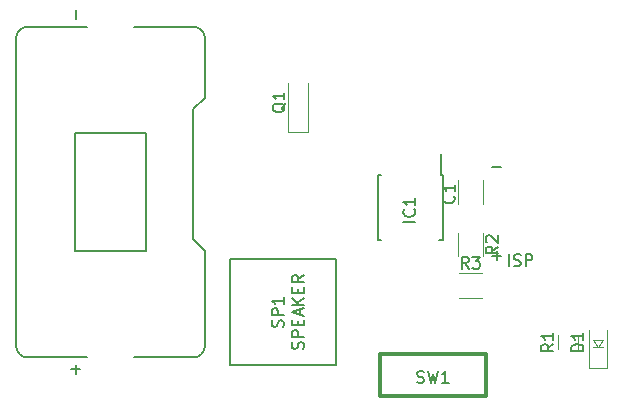
<source format=gto>
G04 #@! TF.FileFunction,Legend,Top*
%FSLAX46Y46*%
G04 Gerber Fmt 4.6, Leading zero omitted, Abs format (unit mm)*
G04 Created by KiCad (PCBNEW 4.0.6) date 04/04/19 16:38:52*
%MOMM*%
%LPD*%
G01*
G04 APERTURE LIST*
%ADD10C,0.100000*%
%ADD11C,0.150000*%
%ADD12C,0.304800*%
%ADD13C,0.200000*%
%ADD14C,0.120000*%
G04 APERTURE END LIST*
D10*
D11*
X168109000Y-76498000D02*
X167904000Y-76498000D01*
X168109000Y-81998000D02*
X167809000Y-81998000D01*
X162599000Y-81998000D02*
X162899000Y-81998000D01*
X162599000Y-76498000D02*
X162899000Y-76498000D01*
X168109000Y-76498000D02*
X168109000Y-81998000D01*
X162599000Y-76498000D02*
X162599000Y-81998000D01*
X167904000Y-76498000D02*
X167904000Y-74748000D01*
D12*
X162759000Y-95278000D02*
X171759000Y-95278000D01*
X171759000Y-91678000D02*
X171759000Y-95278000D01*
X162759000Y-91678000D02*
X162759000Y-95278000D01*
X162759000Y-91678000D02*
X171759000Y-91678000D01*
D13*
X142954000Y-73978000D02*
X142954000Y-72978000D01*
X142954000Y-72978000D02*
X136954000Y-72978000D01*
X136954000Y-72978000D02*
X136954000Y-73978000D01*
X136954000Y-77978000D02*
X136954000Y-82978000D01*
X136954000Y-82978000D02*
X142954000Y-82978000D01*
X142954000Y-82978000D02*
X142954000Y-73978000D01*
X136954000Y-73978000D02*
X136954000Y-77978000D01*
X147954000Y-82978000D02*
X147954000Y-90978000D01*
X147954000Y-69978000D02*
X147954000Y-64978000D01*
X147954000Y-82978000D02*
X146954000Y-81978000D01*
X146954000Y-81978000D02*
X146954000Y-70978000D01*
X146954000Y-70978000D02*
X147954000Y-69978000D01*
X141954000Y-91978000D02*
X146954000Y-91978000D01*
X141954000Y-63978000D02*
X146954000Y-63978000D01*
X131954000Y-90978000D02*
X131954000Y-64978000D01*
X137954000Y-91978000D02*
X132954000Y-91978000D01*
X132954000Y-63978000D02*
G75*
G03X131954000Y-64978000I0J-1000000D01*
G01*
X147954000Y-64978000D02*
G75*
G03X146954000Y-63978000I-1000000J0D01*
G01*
X146954000Y-91978000D02*
G75*
G03X147954000Y-90978000I0J1000000D01*
G01*
X131954000Y-90978000D02*
G75*
G03X132954000Y-91978000I1000000J0D01*
G01*
X137954000Y-63978000D02*
X132954000Y-63978000D01*
D10*
X180829000Y-91078000D02*
X181629000Y-91078000D01*
X181229000Y-91078000D02*
X180829000Y-90478000D01*
X181629000Y-90478000D02*
X181229000Y-91078000D01*
X180829000Y-90478000D02*
X181629000Y-90478000D01*
D14*
X181979000Y-89678000D02*
X181979000Y-92878000D01*
X180479000Y-92878000D02*
X180479000Y-89678000D01*
X180479000Y-92878000D02*
X181979000Y-92878000D01*
X179569000Y-90078000D02*
X179569000Y-91278000D01*
X177809000Y-91278000D02*
X177809000Y-90078000D01*
D11*
X150059000Y-92638000D02*
X159059000Y-92638000D01*
X159059000Y-92638000D02*
X159059000Y-83638000D01*
X159059000Y-83638000D02*
X150059000Y-83638000D01*
X150059000Y-83638000D02*
X150059000Y-92638000D01*
D14*
X154979000Y-72858000D02*
X156679000Y-72858000D01*
X156679000Y-72808000D02*
X156679000Y-68758000D01*
X154979000Y-72808000D02*
X154979000Y-68758000D01*
X171454000Y-78978000D02*
X171454000Y-76978000D01*
X169414000Y-76978000D02*
X169414000Y-78978000D01*
X169364000Y-83423000D02*
X169364000Y-81423000D01*
X171504000Y-81423000D02*
X171504000Y-83423000D01*
X171434000Y-86922000D02*
X169434000Y-86922000D01*
X169434000Y-84782000D02*
X171434000Y-84782000D01*
D11*
X165746381Y-80489190D02*
X164746381Y-80489190D01*
X165651143Y-79441571D02*
X165698762Y-79489190D01*
X165746381Y-79632047D01*
X165746381Y-79727285D01*
X165698762Y-79870143D01*
X165603524Y-79965381D01*
X165508286Y-80013000D01*
X165317810Y-80060619D01*
X165174952Y-80060619D01*
X164984476Y-80013000D01*
X164889238Y-79965381D01*
X164794000Y-79870143D01*
X164746381Y-79727285D01*
X164746381Y-79632047D01*
X164794000Y-79489190D01*
X164841619Y-79441571D01*
X165746381Y-78489190D02*
X165746381Y-79060619D01*
X165746381Y-78774905D02*
X164746381Y-78774905D01*
X164889238Y-78870143D01*
X164984476Y-78965381D01*
X165032095Y-79060619D01*
X165925667Y-94082762D02*
X166068524Y-94130381D01*
X166306620Y-94130381D01*
X166401858Y-94082762D01*
X166449477Y-94035143D01*
X166497096Y-93939905D01*
X166497096Y-93844667D01*
X166449477Y-93749429D01*
X166401858Y-93701810D01*
X166306620Y-93654190D01*
X166116143Y-93606571D01*
X166020905Y-93558952D01*
X165973286Y-93511333D01*
X165925667Y-93416095D01*
X165925667Y-93320857D01*
X165973286Y-93225619D01*
X166020905Y-93178000D01*
X166116143Y-93130381D01*
X166354239Y-93130381D01*
X166497096Y-93178000D01*
X166830429Y-93130381D02*
X167068524Y-94130381D01*
X167259001Y-93416095D01*
X167449477Y-94130381D01*
X167687572Y-93130381D01*
X168592334Y-94130381D02*
X168020905Y-94130381D01*
X168306619Y-94130381D02*
X168306619Y-93130381D01*
X168211381Y-93273238D01*
X168116143Y-93368476D01*
X168020905Y-93416095D01*
X137025429Y-63358952D02*
X137025429Y-62597047D01*
X137025429Y-93358952D02*
X137025429Y-92597047D01*
X137406381Y-92977999D02*
X136644476Y-92977999D01*
X173672810Y-84240381D02*
X173672810Y-83240381D01*
X174101381Y-84192762D02*
X174244238Y-84240381D01*
X174482334Y-84240381D01*
X174577572Y-84192762D01*
X174625191Y-84145143D01*
X174672810Y-84049905D01*
X174672810Y-83954667D01*
X174625191Y-83859429D01*
X174577572Y-83811810D01*
X174482334Y-83764190D01*
X174291857Y-83716571D01*
X174196619Y-83668952D01*
X174149000Y-83621333D01*
X174101381Y-83526095D01*
X174101381Y-83430857D01*
X174149000Y-83335619D01*
X174196619Y-83288000D01*
X174291857Y-83240381D01*
X174529953Y-83240381D01*
X174672810Y-83288000D01*
X175101381Y-84240381D02*
X175101381Y-83240381D01*
X175482334Y-83240381D01*
X175577572Y-83288000D01*
X175625191Y-83335619D01*
X175672810Y-83430857D01*
X175672810Y-83573714D01*
X175625191Y-83668952D01*
X175577572Y-83716571D01*
X175482334Y-83764190D01*
X175101381Y-83764190D01*
X172268048Y-75859429D02*
X173029953Y-75859429D01*
X172268048Y-83359429D02*
X173029953Y-83359429D01*
X172649001Y-83740381D02*
X172649001Y-82978476D01*
X179981381Y-91416095D02*
X178981381Y-91416095D01*
X178981381Y-91178000D01*
X179029000Y-91035142D01*
X179124238Y-90939904D01*
X179219476Y-90892285D01*
X179409952Y-90844666D01*
X179552810Y-90844666D01*
X179743286Y-90892285D01*
X179838524Y-90939904D01*
X179933762Y-91035142D01*
X179981381Y-91178000D01*
X179981381Y-91416095D01*
X179981381Y-89892285D02*
X179981381Y-90463714D01*
X179981381Y-90178000D02*
X178981381Y-90178000D01*
X179124238Y-90273238D01*
X179219476Y-90368476D01*
X179267095Y-90463714D01*
X177441381Y-90844666D02*
X176965190Y-91178000D01*
X177441381Y-91416095D02*
X176441381Y-91416095D01*
X176441381Y-91035142D01*
X176489000Y-90939904D01*
X176536619Y-90892285D01*
X176631857Y-90844666D01*
X176774714Y-90844666D01*
X176869952Y-90892285D01*
X176917571Y-90939904D01*
X176965190Y-91035142D01*
X176965190Y-91416095D01*
X177441381Y-89892285D02*
X177441381Y-90463714D01*
X177441381Y-90178000D02*
X176441381Y-90178000D01*
X176584238Y-90273238D01*
X176679476Y-90368476D01*
X176727095Y-90463714D01*
X154563762Y-89399905D02*
X154611381Y-89257048D01*
X154611381Y-89018952D01*
X154563762Y-88923714D01*
X154516143Y-88876095D01*
X154420905Y-88828476D01*
X154325667Y-88828476D01*
X154230429Y-88876095D01*
X154182810Y-88923714D01*
X154135190Y-89018952D01*
X154087571Y-89209429D01*
X154039952Y-89304667D01*
X153992333Y-89352286D01*
X153897095Y-89399905D01*
X153801857Y-89399905D01*
X153706619Y-89352286D01*
X153659000Y-89304667D01*
X153611381Y-89209429D01*
X153611381Y-88971333D01*
X153659000Y-88828476D01*
X154611381Y-88399905D02*
X153611381Y-88399905D01*
X153611381Y-88018952D01*
X153659000Y-87923714D01*
X153706619Y-87876095D01*
X153801857Y-87828476D01*
X153944714Y-87828476D01*
X154039952Y-87876095D01*
X154087571Y-87923714D01*
X154135190Y-88018952D01*
X154135190Y-88399905D01*
X154611381Y-86876095D02*
X154611381Y-87447524D01*
X154611381Y-87161810D02*
X153611381Y-87161810D01*
X153754238Y-87257048D01*
X153849476Y-87352286D01*
X153897095Y-87447524D01*
X156263762Y-91257048D02*
X156311381Y-91114191D01*
X156311381Y-90876095D01*
X156263762Y-90780857D01*
X156216143Y-90733238D01*
X156120905Y-90685619D01*
X156025667Y-90685619D01*
X155930429Y-90733238D01*
X155882810Y-90780857D01*
X155835190Y-90876095D01*
X155787571Y-91066572D01*
X155739952Y-91161810D01*
X155692333Y-91209429D01*
X155597095Y-91257048D01*
X155501857Y-91257048D01*
X155406619Y-91209429D01*
X155359000Y-91161810D01*
X155311381Y-91066572D01*
X155311381Y-90828476D01*
X155359000Y-90685619D01*
X156311381Y-90257048D02*
X155311381Y-90257048D01*
X155311381Y-89876095D01*
X155359000Y-89780857D01*
X155406619Y-89733238D01*
X155501857Y-89685619D01*
X155644714Y-89685619D01*
X155739952Y-89733238D01*
X155787571Y-89780857D01*
X155835190Y-89876095D01*
X155835190Y-90257048D01*
X155787571Y-89257048D02*
X155787571Y-88923714D01*
X156311381Y-88780857D02*
X156311381Y-89257048D01*
X155311381Y-89257048D01*
X155311381Y-88780857D01*
X156025667Y-88399905D02*
X156025667Y-87923714D01*
X156311381Y-88495143D02*
X155311381Y-88161810D01*
X156311381Y-87828476D01*
X156311381Y-87495143D02*
X155311381Y-87495143D01*
X156311381Y-86923714D02*
X155739952Y-87352286D01*
X155311381Y-86923714D02*
X155882810Y-87495143D01*
X155787571Y-86495143D02*
X155787571Y-86161809D01*
X156311381Y-86018952D02*
X156311381Y-86495143D01*
X155311381Y-86495143D01*
X155311381Y-86018952D01*
X156311381Y-85018952D02*
X155835190Y-85352286D01*
X156311381Y-85590381D02*
X155311381Y-85590381D01*
X155311381Y-85209428D01*
X155359000Y-85114190D01*
X155406619Y-85066571D01*
X155501857Y-85018952D01*
X155644714Y-85018952D01*
X155739952Y-85066571D01*
X155787571Y-85114190D01*
X155835190Y-85209428D01*
X155835190Y-85590381D01*
X154776619Y-70453238D02*
X154729000Y-70548476D01*
X154633762Y-70643714D01*
X154490905Y-70786571D01*
X154443286Y-70881810D01*
X154443286Y-70977048D01*
X154681381Y-70929429D02*
X154633762Y-71024667D01*
X154538524Y-71119905D01*
X154348048Y-71167524D01*
X154014714Y-71167524D01*
X153824238Y-71119905D01*
X153729000Y-71024667D01*
X153681381Y-70929429D01*
X153681381Y-70738952D01*
X153729000Y-70643714D01*
X153824238Y-70548476D01*
X154014714Y-70500857D01*
X154348048Y-70500857D01*
X154538524Y-70548476D01*
X154633762Y-70643714D01*
X154681381Y-70738952D01*
X154681381Y-70929429D01*
X154681381Y-69548476D02*
X154681381Y-70119905D01*
X154681381Y-69834191D02*
X153681381Y-69834191D01*
X153824238Y-69929429D01*
X153919476Y-70024667D01*
X153967095Y-70119905D01*
X169001143Y-78299666D02*
X169048762Y-78347285D01*
X169096381Y-78490142D01*
X169096381Y-78585380D01*
X169048762Y-78728238D01*
X168953524Y-78823476D01*
X168858286Y-78871095D01*
X168667810Y-78918714D01*
X168524952Y-78918714D01*
X168334476Y-78871095D01*
X168239238Y-78823476D01*
X168144000Y-78728238D01*
X168096381Y-78585380D01*
X168096381Y-78490142D01*
X168144000Y-78347285D01*
X168191619Y-78299666D01*
X169096381Y-77347285D02*
X169096381Y-77918714D01*
X169096381Y-77633000D02*
X168096381Y-77633000D01*
X168239238Y-77728238D01*
X168334476Y-77823476D01*
X168382095Y-77918714D01*
X172736381Y-82589666D02*
X172260190Y-82923000D01*
X172736381Y-83161095D02*
X171736381Y-83161095D01*
X171736381Y-82780142D01*
X171784000Y-82684904D01*
X171831619Y-82637285D01*
X171926857Y-82589666D01*
X172069714Y-82589666D01*
X172164952Y-82637285D01*
X172212571Y-82684904D01*
X172260190Y-82780142D01*
X172260190Y-83161095D01*
X171831619Y-82208714D02*
X171784000Y-82161095D01*
X171736381Y-82065857D01*
X171736381Y-81827761D01*
X171784000Y-81732523D01*
X171831619Y-81684904D01*
X171926857Y-81637285D01*
X172022095Y-81637285D01*
X172164952Y-81684904D01*
X172736381Y-82256333D01*
X172736381Y-81637285D01*
X170267334Y-84454381D02*
X169934000Y-83978190D01*
X169695905Y-84454381D02*
X169695905Y-83454381D01*
X170076858Y-83454381D01*
X170172096Y-83502000D01*
X170219715Y-83549619D01*
X170267334Y-83644857D01*
X170267334Y-83787714D01*
X170219715Y-83882952D01*
X170172096Y-83930571D01*
X170076858Y-83978190D01*
X169695905Y-83978190D01*
X170600667Y-83454381D02*
X171219715Y-83454381D01*
X170886381Y-83835333D01*
X171029239Y-83835333D01*
X171124477Y-83882952D01*
X171172096Y-83930571D01*
X171219715Y-84025810D01*
X171219715Y-84263905D01*
X171172096Y-84359143D01*
X171124477Y-84406762D01*
X171029239Y-84454381D01*
X170743524Y-84454381D01*
X170648286Y-84406762D01*
X170600667Y-84359143D01*
M02*

</source>
